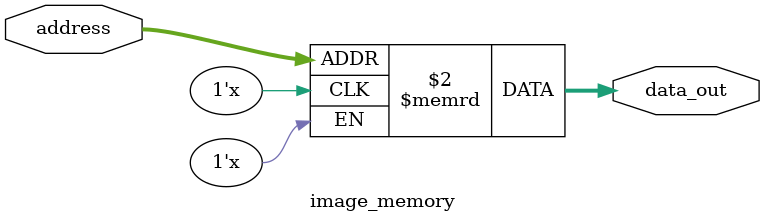
<source format=v>
module image_memory (
    input wire [15:0] address,
    output reg [31:0] data_out
);
    (* ram_init_file = "image_7.mif" *) reg signed [31:0] memory [0:783];  // 32-bit values

    always @(*) begin
        data_out = memory[address];
    end
endmodule
</source>
